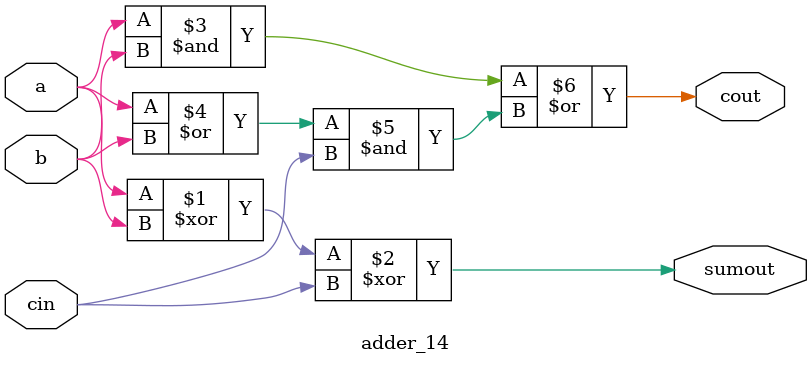
<source format=v>
module adder_14(
    output sumout,
    output cout,
    input a,
    input b,
    input cin
);
    assign sumout = a ^ b ^ cin;
    assign cout = (a & b) | ((a | b) & cin);
endmodule
</source>
